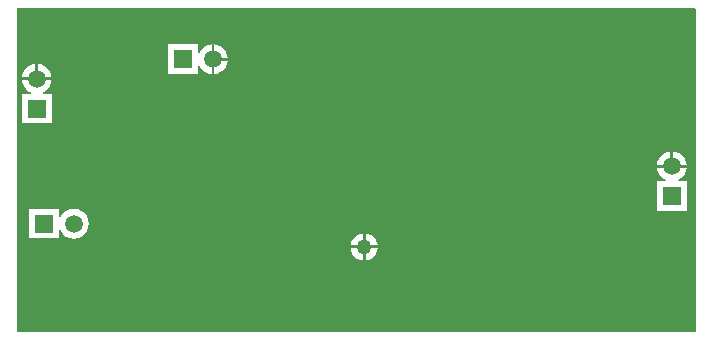
<source format=gbl>
G04*
G04 #@! TF.GenerationSoftware,Altium Limited,Altium Designer,19.1.8 (144)*
G04*
G04 Layer_Physical_Order=2*
G04 Layer_Color=16711680*
%FSLAX42Y42*%
%MOMM*%
G71*
G01*
G75*
%ADD35R,1.50X1.50*%
%ADD36C,1.50*%
%ADD37R,1.50X1.50*%
%ADD38C,1.27*%
G36*
X5872Y2938D02*
Y203D01*
X135D01*
X123Y213D01*
X127Y2948D01*
X5862D01*
X5872Y2938D01*
D02*
G37*
%LPC*%
G36*
X1795Y2638D02*
Y2525D01*
X1908D01*
X1905Y2545D01*
X1892Y2576D01*
X1872Y2602D01*
X1846Y2622D01*
X1815Y2635D01*
X1795Y2638D01*
D02*
G37*
G36*
X1908Y2500D02*
X1795D01*
Y2387D01*
X1815Y2390D01*
X1846Y2403D01*
X1872Y2423D01*
X1892Y2449D01*
X1905Y2480D01*
X1908Y2500D01*
D02*
G37*
G36*
X1654Y2638D02*
X1403D01*
Y2387D01*
X1654D01*
Y2460D01*
X1667Y2463D01*
X1673Y2449D01*
X1693Y2423D01*
X1719Y2403D01*
X1750Y2390D01*
X1770Y2387D01*
Y2512D01*
Y2638D01*
X1750Y2635D01*
X1719Y2622D01*
X1693Y2602D01*
X1673Y2576D01*
X1667Y2562D01*
X1654Y2565D01*
Y2638D01*
D02*
G37*
G36*
X303Y2473D02*
Y2360D01*
X415D01*
X413Y2380D01*
X400Y2411D01*
X380Y2437D01*
X353Y2457D01*
X323Y2470D01*
X303Y2473D01*
D02*
G37*
G36*
X277D02*
X257Y2470D01*
X227Y2457D01*
X200Y2437D01*
X180Y2411D01*
X167Y2380D01*
X165Y2360D01*
X277D01*
Y2473D01*
D02*
G37*
G36*
X415Y2335D02*
X290D01*
X165D01*
X167Y2315D01*
X180Y2284D01*
X200Y2258D01*
X227Y2238D01*
X240Y2232D01*
X238Y2219D01*
X164D01*
Y1968D01*
X416D01*
Y2219D01*
X342D01*
X340Y2232D01*
X353Y2238D01*
X380Y2258D01*
X400Y2284D01*
X413Y2315D01*
X415Y2335D01*
D02*
G37*
G36*
X5681Y1730D02*
Y1618D01*
X5794D01*
X5791Y1638D01*
X5779Y1669D01*
X5758Y1695D01*
X5732Y1715D01*
X5702Y1728D01*
X5681Y1730D01*
D02*
G37*
G36*
X5656D02*
X5636Y1728D01*
X5605Y1715D01*
X5579Y1695D01*
X5559Y1669D01*
X5546Y1638D01*
X5544Y1618D01*
X5656D01*
Y1730D01*
D02*
G37*
G36*
X5794Y1593D02*
X5669D01*
X5544D01*
X5546Y1572D01*
X5559Y1542D01*
X5579Y1516D01*
X5605Y1495D01*
X5619Y1490D01*
X5616Y1477D01*
X5543D01*
Y1225D01*
X5795D01*
Y1477D01*
X5721D01*
X5719Y1490D01*
X5732Y1495D01*
X5758Y1516D01*
X5779Y1542D01*
X5791Y1572D01*
X5794Y1593D01*
D02*
G37*
G36*
X605Y1247D02*
X572Y1243D01*
X542Y1230D01*
X515Y1210D01*
X495Y1183D01*
X489Y1170D01*
X477Y1172D01*
Y1246D01*
X225D01*
Y994D01*
X477D01*
Y1068D01*
X489Y1070D01*
X495Y1057D01*
X515Y1030D01*
X542Y1010D01*
X572Y997D01*
X605Y993D01*
X638Y997D01*
X668Y1010D01*
X695Y1030D01*
X715Y1057D01*
X728Y1087D01*
X732Y1120D01*
X728Y1153D01*
X715Y1183D01*
X695Y1210D01*
X668Y1230D01*
X638Y1243D01*
X605Y1247D01*
D02*
G37*
G36*
X3075Y1036D02*
Y935D01*
X3176D01*
X3174Y952D01*
X3162Y980D01*
X3144Y1004D01*
X3120Y1022D01*
X3092Y1034D01*
X3075Y1036D01*
D02*
G37*
G36*
X3050D02*
X3033Y1034D01*
X3005Y1022D01*
X2981Y1004D01*
X2963Y980D01*
X2951Y952D01*
X2949Y935D01*
X3050D01*
Y1036D01*
D02*
G37*
G36*
X3176Y910D02*
X3075D01*
Y809D01*
X3092Y811D01*
X3120Y823D01*
X3144Y841D01*
X3162Y865D01*
X3174Y893D01*
X3176Y910D01*
D02*
G37*
G36*
X3050D02*
X2949D01*
X2951Y893D01*
X2963Y865D01*
X2981Y841D01*
X3005Y823D01*
X3033Y811D01*
X3050Y809D01*
Y910D01*
D02*
G37*
%LPD*%
D35*
X351Y1120D02*
D03*
X1528Y2512D02*
D03*
D36*
X605Y1120D02*
D03*
X1783Y2512D02*
D03*
X290Y2348D02*
D03*
X5669Y1605D02*
D03*
D37*
X290Y2093D02*
D03*
X5669Y1351D02*
D03*
D38*
X3062Y923D02*
D03*
M02*

</source>
